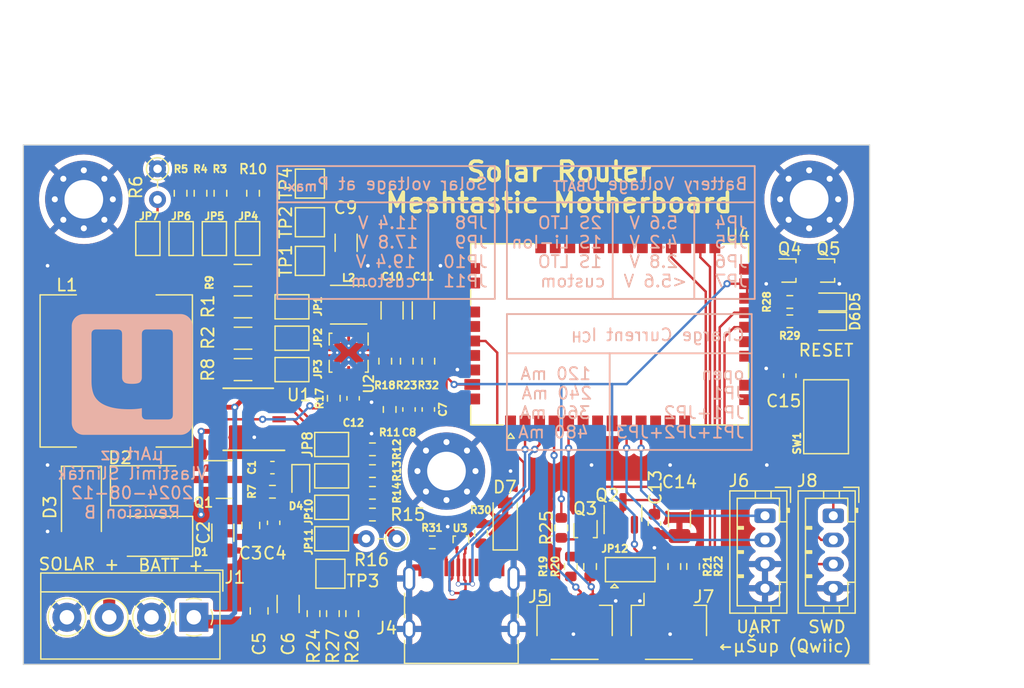
<source format=kicad_pcb>
(kicad_pcb
	(version 20240108)
	(generator "pcbnew")
	(generator_version "8.0")
	(general
		(thickness 1.6)
		(legacy_teardrops no)
	)
	(paper "A4")
	(title_block
		(title "Meshtastic Motherboard for RAK4630")
		(date "2024-08-12")
		(rev "B")
		(company "μArt.cz")
		(comment 1 "Vlastimil Slinták")
	)
	(layers
		(0 "F.Cu" signal)
		(31 "B.Cu" signal)
		(32 "B.Adhes" user "B.Adhesive")
		(33 "F.Adhes" user "F.Adhesive")
		(34 "B.Paste" user)
		(35 "F.Paste" user)
		(36 "B.SilkS" user "B.Silkscreen")
		(37 "F.SilkS" user "F.Silkscreen")
		(38 "B.Mask" user)
		(39 "F.Mask" user)
		(40 "Dwgs.User" user "User.Drawings")
		(41 "Cmts.User" user "User.Comments")
		(42 "Eco1.User" user "User.Eco1")
		(43 "Eco2.User" user "User.Eco2")
		(44 "Edge.Cuts" user)
		(45 "Margin" user)
		(46 "B.CrtYd" user "B.Courtyard")
		(47 "F.CrtYd" user "F.Courtyard")
		(48 "B.Fab" user)
		(49 "F.Fab" user)
		(50 "User.1" user)
		(51 "User.2" user)
		(52 "User.3" user)
		(53 "User.4" user)
		(54 "User.5" user)
		(55 "User.6" user)
		(56 "User.7" user)
		(57 "User.8" user)
		(58 "User.9" user)
	)
	(setup
		(stackup
			(layer "F.SilkS"
				(type "Top Silk Screen")
			)
			(layer "F.Paste"
				(type "Top Solder Paste")
			)
			(layer "F.Mask"
				(type "Top Solder Mask")
				(thickness 0.01)
			)
			(layer "F.Cu"
				(type "copper")
				(thickness 0.035)
			)
			(layer "dielectric 1"
				(type "core")
				(thickness 1.51)
				(material "FR4")
				(epsilon_r 4.5)
				(loss_tangent 0.02)
			)
			(layer "B.Cu"
				(type "copper")
				(thickness 0.035)
			)
			(layer "B.Mask"
				(type "Bottom Solder Mask")
				(thickness 0.01)
			)
			(layer "B.Paste"
				(type "Bottom Solder Paste")
			)
			(layer "B.SilkS"
				(type "Bottom Silk Screen")
			)
			(copper_finish "None")
			(dielectric_constraints no)
		)
		(pad_to_mask_clearance 0)
		(allow_soldermask_bridges_in_footprints no)
		(pcbplotparams
			(layerselection 0x00010fc_ffffffff)
			(plot_on_all_layers_selection 0x0000000_00000000)
			(disableapertmacros no)
			(usegerberextensions yes)
			(usegerberattributes yes)
			(usegerberadvancedattributes yes)
			(creategerberjobfile no)
			(dashed_line_dash_ratio 12.000000)
			(dashed_line_gap_ratio 3.000000)
			(svgprecision 6)
			(plotframeref no)
			(viasonmask no)
			(mode 1)
			(useauxorigin no)
			(hpglpennumber 1)
			(hpglpenspeed 20)
			(hpglpendiameter 15.000000)
			(pdf_front_fp_property_popups yes)
			(pdf_back_fp_property_popups yes)
			(dxfpolygonmode yes)
			(dxfimperialunits yes)
			(dxfusepcbnewfont yes)
			(psnegative no)
			(psa4output no)
			(plotreference yes)
			(plotvalue no)
			(plotfptext yes)
			(plotinvisibletext no)
			(sketchpadsonfab no)
			(subtractmaskfromsilk yes)
			(outputformat 1)
			(mirror no)
			(drillshape 0)
			(scaleselection 1)
			(outputdirectory "../gerbers/")
		)
	)
	(net 0 "")
	(net 1 "VS")
	(net 2 "Net-(U1-VG)")
	(net 3 "GND")
	(net 4 "+BATT")
	(net 5 "Net-(C7-Pad1)")
	(net 6 "VCC")
	(net 7 "+3V3")
	(net 8 "Net-(U2-EN)")
	(net 9 "Net-(JP12-A)")
	(net 10 "/RESET")
	(net 11 "Net-(D1-A)")
	(net 12 "Net-(D2-K)")
	(net 13 "Net-(D2-A)")
	(net 14 "Net-(D4-A)")
	(net 15 "Net-(D4-K)")
	(net 16 "Net-(D5-K)")
	(net 17 "Net-(D5-A)")
	(net 18 "Net-(D6-K)")
	(net 19 "Net-(D6-A)")
	(net 20 "/VBUS")
	(net 21 "/USB+")
	(net 22 "/USB-")
	(net 23 "Net-(J4-CC1)")
	(net 24 "/SWDCLK")
	(net 25 "/SWDIO")
	(net 26 "/LED1")
	(net 27 "/LED2")
	(net 28 "/VEXT")
	(net 29 "Net-(J4-CC2)")
	(net 30 "unconnected-(J4-SBU2-PadB8)")
	(net 31 "/I2C1_SDA")
	(net 32 "/I2C1_SCL")
	(net 33 "/AIN0")
	(net 34 "unconnected-(J4-SBU1-PadA8)")
	(net 35 "Net-(JP1-A)")
	(net 36 "Net-(JP2-A)")
	(net 37 "Net-(JP3-A)")
	(net 38 "Net-(JP4-A)")
	(net 39 "Net-(JP5-A)")
	(net 40 "Net-(JP6-A)")
	(net 41 "Net-(JP7-A)")
	(net 42 "Net-(JP8-A)")
	(net 43 "Net-(JP9-B)")
	(net 44 "Net-(JP10-A)")
	(net 45 "/TXD1")
	(net 46 "/RXD1")
	(net 47 "/I2C2_SDA")
	(net 48 "/I2C2_SCL")
	(net 49 "Net-(JP11-A)")
	(net 50 "Net-(U2-L2)")
	(net 51 "Net-(U2-L1)")
	(net 52 "Net-(Q1-G)")
	(net 53 "Net-(Q2-G)")
	(net 54 "Net-(U1-COM)")
	(net 55 "/3V3_EXT")
	(net 56 "Net-(U2-FB)")
	(net 57 "unconnected-(U4-P0.16-Pad7)")
	(net 58 "unconnected-(U4-P0.10-Pad12)")
	(net 59 "unconnected-(U4-P0.04-Pad41)")
	(net 60 "/FB+")
	(net 61 "unconnected-(U4-P0.17-Pad8)")
	(net 62 "unconnected-(U4-P0.21-Pad11)")
	(net 63 "unconnected-(U4-RF_BT-Pad15)")
	(net 64 "unconnected-(U4-P0.02-Pad30)")
	(net 65 "unconnected-(U4-P0.31-Pad39)")
	(net 66 "unconnected-(U4-P0.30-Pad33)")
	(net 67 "unconnected-(U4-P0.03-Pad29)")
	(net 68 "unconnected-(U4-P0.09-Pad13)")
	(net 69 "unconnected-(U4-RF_LoRa-Pad37)")
	(net 70 "unconnected-(U4-P0.26-Pad34)")
	(net 71 "unconnected-(U4-P0.15-Pad6)")
	(net 72 "/VP-")
	(net 73 "unconnected-(U4-P0.28-Pad31)")
	(net 74 "Net-(R23-Pad1)")
	(net 75 "Net-(R24-Pad2)")
	(net 76 "unconnected-(U4-P0.29-Pad32)")
	(net 77 "unconnected-(U4-P1.01-Pad25)")
	(footprint "Capacitor_SMD:C_1206_3216Metric" (layer "F.Cu") (at 144.5 91.7 90))
	(footprint "Resistor_SMD:R_0603_1608Metric" (layer "F.Cu") (at 142.875 103.2 180))
	(footprint "Package_TO_SOT_SMD:SOT-416" (layer "F.Cu") (at 177.4 88.4))
	(footprint "Capacitor_SMD:C_0603_1608Metric" (layer "F.Cu") (at 141.276875 98.975 -90))
	(footprint "Connector_JST:JST_SH_SM04B-SRSS-TB_1x04-1MP_P1.00mm_Horizontal" (layer "F.Cu") (at 167.4 117.9))
	(footprint "Capacitor_SMD:C_1206_3216Metric" (layer "F.Cu") (at 147.08 91.7 90))
	(footprint "Package_TO_SOT_SMD:SOT-23" (layer "F.Cu") (at 163.6 108.5 90))
	(footprint "Jumper:SolderJumper-2_P1.3mm_Open_Pad1.0x1.5mm" (layer "F.Cu") (at 139.5 110.6 180))
	(footprint "Resistor_SMD:R_0603_1608Metric" (layer "F.Cu") (at 144.3 99.9 -90))
	(footprint "Resistor_SMD:R_0603_1608Metric" (layer "F.Cu") (at 141.201875 116.8 -90))
	(footprint "Jumper:SolderJumper-2_P1.3mm_Open_Pad1.0x1.5mm" (layer "F.Cu") (at 124.298125 85.75 -90))
	(footprint "Jumper:SolderJumper-2_P1.3mm_Open_Pad1.0x1.5mm" (layer "F.Cu") (at 127.048125 85.75 -90))
	(footprint "Capacitor_SMD:C_1206_3216Metric" (layer "F.Cu") (at 135.901875 116 90))
	(footprint "Package_SO:SSOP-10_3.9x4.9mm_P1.00mm" (layer "F.Cu") (at 132.601875 100.7125 180))
	(footprint "Resistor_SMD:R_0603_1608Metric" (layer "F.Cu") (at 127.00375 82 -90))
	(footprint "Connector_USB:USB_C_Receptacle_HRO_TYPE-C-31-M-12" (layer "F.Cu") (at 150.23 117.02))
	(footprint "Capacitor_SMD:C_1206_3216Metric" (layer "F.Cu") (at 140.7 86.1 90))
	(footprint "Jumper:SolderJumper-2_P1.3mm_Open_Pad1.0x1.5mm" (layer "F.Cu") (at 139.5 105.4))
	(footprint "Resistor_SMD:R_0603_1608Metric" (layer "F.Cu") (at 160.88 112.9 -90))
	(footprint "Resistor_SMD:R_0603_1608Metric" (layer "F.Cu") (at 158.5 109.7 -90))
	(footprint "Resistor_SMD:R_0603_1608Metric" (layer "F.Cu") (at 143.935 95.9 -90))
	(footprint "Capacitor_SMD:C_0603_1608Metric" (layer "F.Cu") (at 166.2 109.35 -90))
	(footprint "Resistor_SMD:R_0603_1608Metric" (layer "F.Cu") (at 134.601875 106.7125 180))
	(footprint "Resistor_SMD:R_1206_3216Metric" (layer "F.Cu") (at 132.16875 96.6))
	(footprint "Resistor_SMD:R_0603_1608Metric" (layer "F.Cu") (at 142.875 108.6 180))
	(footprint "Jumper:SolderJumper-2_P1.3mm_Open_Pad1.0x1.5mm" (layer "F.Cu") (at 136.21875 91.4))
	(footprint "Resistor_SMD:R_0603_1608Metric" (layer "F.Cu") (at 151.86 110.15 -90))
	(footprint "Jumper:SolderJumper-2_P1.3mm_Open_Pad1.0x1.5mm" (layer "F.Cu") (at 136.21875 96.6))
	(footprint "LED_SMD:LED_0603_1608Metric" (layer "F.Cu") (at 180.601875 92.6 180))
	(footprint "Diode_SMD:D_SMA" (layer "F.Cu") (at 124.601875 106.2125))
	(footprint "Resistor_SMD:R_0603_1608Metric" (layer "F.Cu") (at 139.676875 98.975 -90))
	(footprint "Resistor_SMD:R_1206_3216Metric" (layer "F.Cu") (at 132.16 88.8))
	(footprint "Capacitor_SMD:C_0603_1608Metric" (layer "F.Cu") (at 134.601875 104.7125))
	(footprint "Resistor_SMD:R_0603_1608Metric" (layer "F.Cu") (at 130.3 82 -90))
	(footprint "Jumper:SolderJumper-3_P1.3mm_Open_Pad1.0x1.5mm" (layer "F.Cu") (at 164.2 113.1575))
	(footprint "Resistor_SMD:R_0603_1608Metric" (layer "F.Cu") (at 147.825 110.9))
	(footprint "Diode_SMD:D_SOD-123" (layer "F.Cu") (at 153.86 109.28 90))
	(footprint "LED_SMD:LED_0603_1608Metric" (layer "F.Cu") (at 136.95 105.95 -90))
	(footprint "Resistor_SMD:R_0603_1608Metric" (layer "F.Cu") (at 145.7175 95.9 -90))
	(footprint "Capacitor_SMD:C_0603_1608Metric" (layer "F.Cu") (at 147.5 99.9 -90))
	(footprint "TestPoint:TestPoint_Pad_2.0x2.0mm" (layer "F.Cu") (at 137.7 84.4 90))
	(footprint "Resistor_SMD:R_0603_1608Metric" (layer "F.Cu") (at 177.401875 91))
	(footprint "Resistor_THT:R_Axial_DIN0204_L3.6mm_D1.6mm_P2.54mm_Vertical"
		(layer "F.Cu")
		(uuid "8bc86710-a7f4-41fc-a9c3-3fddaea8bb7c")
		(at 144.89 110.6 180)
		(descr "Resistor, Axial_DIN0204 series, Axial, Vertical, pin pitch=2.54mm, 0.167W, length*diameter=3.6*1.6mm^2, http://cdn-reichelt.de/documents/datenblatt/B400/1_4W%23YAG.pdf")
		(tags "Resistor Axial_DIN0204 series Axial Vertical pin pitch 2.54mm 0.167W length 3.6mm diameter 1.6mm")
		(property "Reference" "R16"
			(at 2.09 -1.75 180)
			(layer "F.SilkS")
			(uuid "be78c1a4-a423-4ba1-9e18-4f7c4fef6e2b")
			(effec
... [611434 chars truncated]
</source>
